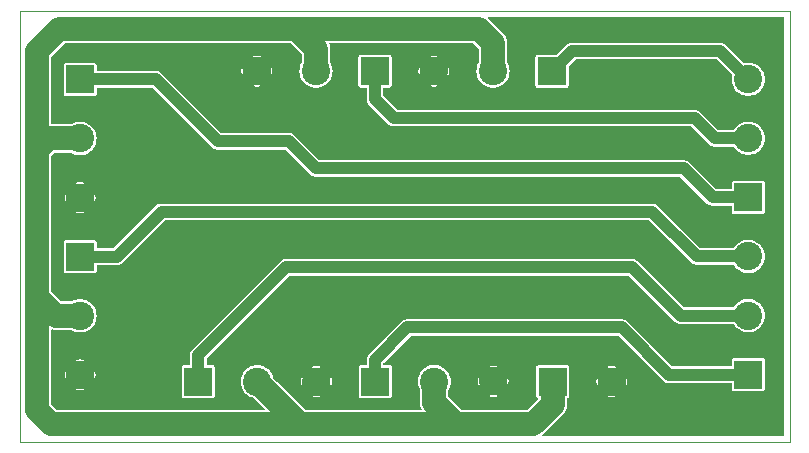
<source format=gbr>
%TF.GenerationSoftware,KiCad,Pcbnew,8.0.6*%
%TF.CreationDate,2024-12-09T19:32:44-03:00*%
%TF.ProjectId,motor-drivers,6d6f746f-722d-4647-9269-766572732e6b,rev?*%
%TF.SameCoordinates,PX66ff300PY6b49d20*%
%TF.FileFunction,Copper,L2,Bot*%
%TF.FilePolarity,Positive*%
%FSLAX46Y46*%
G04 Gerber Fmt 4.6, Leading zero omitted, Abs format (unit mm)*
G04 Created by KiCad (PCBNEW 8.0.6) date 2024-12-09 19:32:44*
%MOMM*%
%LPD*%
G01*
G04 APERTURE LIST*
%TA.AperFunction,ComponentPad*%
%ADD10R,2.400000X2.400000*%
%TD*%
%TA.AperFunction,ComponentPad*%
%ADD11C,2.400000*%
%TD*%
%TA.AperFunction,Conductor*%
%ADD12C,2.000000*%
%TD*%
%TA.AperFunction,Conductor*%
%ADD13C,1.000000*%
%TD*%
%TA.AperFunction,Profile*%
%ADD14C,0.050000*%
%TD*%
G04 APERTURE END LIST*
D10*
%TO.P,J9,1,Pin_1*%
%TO.N,/SIGNAL_4*%
X61705000Y20700000D03*
D11*
%TO.P,J9,2,Pin_2*%
%TO.N,/SIGNAL_5*%
X61705000Y25700000D03*
%TO.P,J9,3,Pin_3*%
%TO.N,/SIGNAL_6*%
X61700000Y30700000D03*
%TD*%
D10*
%TO.P,J4,1,Pin_1*%
%TO.N,/SIGNAL_3*%
X5120000Y15690000D03*
D11*
%TO.P,J4,2,Pin_2*%
%TO.N,/+6VCC*%
X5120000Y10690000D03*
%TO.P,J4,3,Pin_3*%
%TO.N,/GND*%
X5125000Y5690000D03*
%TD*%
D10*
%TO.P,J3,1,Pin_1*%
%TO.N,/SIGNAL_2*%
X15130000Y5105000D03*
D11*
%TO.P,J3,2,Pin_2*%
%TO.N,/+6VCC*%
X20130000Y5105000D03*
%TO.P,J3,3,Pin_3*%
%TO.N,/GND*%
X25130000Y5110000D03*
%TD*%
D10*
%TO.P,J8,1,Pin_1*%
%TO.N,/SIGNAL_1*%
X61705000Y5700000D03*
D11*
%TO.P,J8,2,Pin_2*%
%TO.N,/SIGNAL_2*%
X61705000Y10700000D03*
%TO.P,J8,3,Pin_3*%
%TO.N,/SIGNAL_3*%
X61700000Y15700000D03*
%TD*%
D10*
%TO.P,J1,1,Pin_1*%
%TO.N,/+6VCC*%
X45140000Y5110000D03*
D11*
%TO.P,J1,2,Pin_2*%
%TO.N,/GND*%
X50140000Y5110000D03*
%TD*%
D10*
%TO.P,J2,1,Pin_1*%
%TO.N,/SIGNAL_1*%
X30110000Y5110000D03*
D11*
%TO.P,J2,2,Pin_2*%
%TO.N,/+6VCC*%
X35110000Y5110000D03*
%TO.P,J2,3,Pin_3*%
%TO.N,/GND*%
X40110000Y5115000D03*
%TD*%
D10*
%TO.P,J7,1,Pin_1*%
%TO.N,/SIGNAL_6*%
X45080000Y31385000D03*
D11*
%TO.P,J7,2,Pin_2*%
%TO.N,/+6VCC*%
X40080000Y31385000D03*
%TO.P,J7,3,Pin_3*%
%TO.N,/GND*%
X35080000Y31380000D03*
%TD*%
D10*
%TO.P,J6,1,Pin_1*%
%TO.N,/SIGNAL_5*%
X30090000Y31396000D03*
D11*
%TO.P,J6,2,Pin_2*%
%TO.N,/+6VCC*%
X25090000Y31396000D03*
%TO.P,J6,3,Pin_3*%
%TO.N,/GND*%
X20090000Y31391000D03*
%TD*%
D10*
%TO.P,J5,1,Pin_1*%
%TO.N,/SIGNAL_4*%
X5120000Y30690000D03*
D11*
%TO.P,J5,2,Pin_2*%
%TO.N,/+6VCC*%
X5120000Y25690000D03*
%TO.P,J5,3,Pin_3*%
%TO.N,/GND*%
X5125000Y20690000D03*
%TD*%
D12*
%TO.N,/+6VCC*%
X45140000Y3160000D02*
X43480000Y1500000D01*
X1500000Y24720000D02*
X1500000Y12240000D01*
X1500000Y12240000D02*
X1500000Y2680000D01*
X38860000Y35000000D02*
X40080000Y33780000D01*
X2680000Y1500000D02*
X23735000Y1500000D01*
X1500000Y12240000D02*
X3050000Y10690000D01*
X36920000Y1500000D02*
X23735000Y1500000D01*
X45140000Y5110000D02*
X45140000Y3160000D01*
X1500000Y33130000D02*
X3370000Y35000000D01*
X23390000Y35000000D02*
X25090000Y33300000D01*
X23735000Y1500000D02*
X20130000Y5105000D01*
X5120000Y25690000D02*
X2470000Y25690000D01*
X3050000Y10690000D02*
X5120000Y10690000D01*
X1500000Y24720000D02*
X1500000Y33130000D01*
X2470000Y25690000D02*
X1500000Y24720000D01*
X23390000Y35000000D02*
X38860000Y35000000D01*
X3370000Y35000000D02*
X23390000Y35000000D01*
X1500000Y2680000D02*
X2680000Y1500000D01*
X40080000Y33780000D02*
X40080000Y31385000D01*
X25090000Y33300000D02*
X25090000Y31396000D01*
X35110000Y3310000D02*
X36920000Y1500000D01*
X35110000Y5110000D02*
X35110000Y3310000D01*
X43480000Y1500000D02*
X36920000Y1500000D01*
D13*
%TO.N,/SIGNAL_1*%
X54970000Y5700000D02*
X50980000Y9690000D01*
X50980000Y9690000D02*
X32830000Y9690000D01*
X61705000Y5700000D02*
X54970000Y5700000D01*
X32830000Y9690000D02*
X30110000Y6970000D01*
X30110000Y6970000D02*
X30110000Y5110000D01*
%TO.N,/SIGNAL_2*%
X15130000Y5105000D02*
X15130000Y7370000D01*
X51880000Y14780000D02*
X55960000Y10700000D01*
X22540000Y14780000D02*
X51880000Y14780000D01*
X55960000Y10700000D02*
X61705000Y10700000D01*
X15130000Y7370000D02*
X22540000Y14780000D01*
%TO.N,/SIGNAL_3*%
X12030000Y19480000D02*
X8240000Y15690000D01*
X53560000Y19480000D02*
X12030000Y19480000D01*
X57340000Y15700000D02*
X53560000Y19480000D01*
X61700000Y15700000D02*
X57340000Y15700000D01*
X8240000Y15690000D02*
X5120000Y15690000D01*
%TO.N,/SIGNAL_4*%
X25090000Y23150000D02*
X22800000Y25440000D01*
X58670000Y20700000D02*
X56220000Y23150000D01*
X11570000Y30690000D02*
X5120000Y30690000D01*
X16820000Y25440000D02*
X11570000Y30690000D01*
X56220000Y23150000D02*
X25090000Y23150000D01*
X22800000Y25440000D02*
X16820000Y25440000D01*
X61705000Y20700000D02*
X58670000Y20700000D01*
%TO.N,/SIGNAL_5*%
X58880000Y25700000D02*
X57150000Y27430000D01*
X30090000Y29010000D02*
X30090000Y31396000D01*
X61705000Y25700000D02*
X58880000Y25700000D01*
X57150000Y27430000D02*
X31670000Y27430000D01*
X31670000Y27430000D02*
X30090000Y29010000D01*
%TO.N,/SIGNAL_6*%
X61700000Y30720000D02*
X59310000Y33110000D01*
X46805000Y33110000D02*
X45080000Y31385000D01*
X59310000Y33110000D02*
X46805000Y33110000D01*
X61700000Y30700000D02*
X61700000Y30720000D01*
%TD*%
%TA.AperFunction,Conductor*%
%TO.N,/GND*%
G36*
X64685148Y35985148D02*
G01*
X64699500Y35950500D01*
X64699500Y549500D01*
X64685148Y514852D01*
X64650500Y500500D01*
X44296561Y500500D01*
X44261913Y514852D01*
X44247561Y549500D01*
X44261913Y584148D01*
X46055684Y2377921D01*
X46055683Y2377921D01*
X46055690Y2377927D01*
X46166760Y2530801D01*
X46252547Y2699168D01*
X46310940Y2878882D01*
X46340500Y3065519D01*
X46340500Y3254482D01*
X46340500Y3665459D01*
X46354852Y3700107D01*
X46379938Y3713517D01*
X46418231Y3721133D01*
X46484552Y3765448D01*
X46528867Y3831769D01*
X46534834Y3861768D01*
X49775650Y3861768D01*
X49913387Y3824861D01*
X49913392Y3824860D01*
X50140000Y3805035D01*
X50366607Y3824860D01*
X50366612Y3824861D01*
X50504348Y3861768D01*
X50504349Y3861768D01*
X50140000Y4226117D01*
X49775650Y3861768D01*
X46534834Y3861768D01*
X46540500Y3890252D01*
X46540500Y5110000D01*
X48835034Y5110000D01*
X48854859Y4883393D01*
X48854860Y4883387D01*
X48891767Y4745651D01*
X49256117Y5110000D01*
X49177126Y5188991D01*
X49540000Y5188991D01*
X49540000Y5031009D01*
X49580889Y4878409D01*
X49659881Y4741592D01*
X49771592Y4629881D01*
X49908409Y4550889D01*
X50061009Y4510000D01*
X50218991Y4510000D01*
X50371591Y4550889D01*
X50508408Y4629881D01*
X50620119Y4741592D01*
X50699111Y4878409D01*
X50740000Y5031009D01*
X50740000Y5110001D01*
X51023883Y5110001D01*
X51023883Y5110000D01*
X51388232Y4745651D01*
X51388232Y4745652D01*
X51425139Y4883388D01*
X51425140Y4883393D01*
X51444965Y5110000D01*
X51425140Y5336608D01*
X51425139Y5336613D01*
X51388232Y5474350D01*
X51023883Y5110001D01*
X50740000Y5110001D01*
X50740000Y5188991D01*
X50699111Y5341591D01*
X50620119Y5478408D01*
X50508408Y5590119D01*
X50371591Y5669111D01*
X50218991Y5710000D01*
X50061009Y5710000D01*
X49908409Y5669111D01*
X49771592Y5590119D01*
X49659881Y5478408D01*
X49580889Y5341591D01*
X49540000Y5188991D01*
X49177126Y5188991D01*
X48891767Y5474350D01*
X48854859Y5336609D01*
X48835034Y5110000D01*
X46540500Y5110000D01*
X46540500Y6329748D01*
X46534834Y6358233D01*
X49775650Y6358233D01*
X50140000Y5993883D01*
X50140001Y5993883D01*
X50504349Y6358233D01*
X50366613Y6395140D01*
X50366607Y6395141D01*
X50140000Y6414966D01*
X49913391Y6395141D01*
X49775650Y6358233D01*
X46534834Y6358233D01*
X46528867Y6388231D01*
X46487893Y6449552D01*
X46484552Y6454553D01*
X46444795Y6481118D01*
X46418231Y6498867D01*
X46359748Y6510500D01*
X43920252Y6510500D01*
X43861769Y6498867D01*
X43795447Y6454553D01*
X43753609Y6391937D01*
X43751133Y6388231D01*
X43739500Y6329748D01*
X43739500Y3890252D01*
X43751133Y3831769D01*
X43767507Y3807264D01*
X43795447Y3765448D01*
X43829489Y3742702D01*
X43861769Y3721133D01*
X43861771Y3721132D01*
X43889964Y3715524D01*
X43921147Y3694689D01*
X43928463Y3657907D01*
X43915053Y3632818D01*
X42997088Y2714852D01*
X42962440Y2700500D01*
X37437559Y2700500D01*
X37402911Y2714852D01*
X36324852Y3792912D01*
X36310500Y3827560D01*
X36310500Y3866768D01*
X39745650Y3866768D01*
X39883387Y3829861D01*
X39883392Y3829860D01*
X40110000Y3810035D01*
X40336607Y3829860D01*
X40336612Y3829861D01*
X40474348Y3866768D01*
X40474349Y3866768D01*
X40110000Y4231117D01*
X39745650Y3866768D01*
X36310500Y3866768D01*
X36310500Y4372343D01*
X36318479Y4399144D01*
X36345924Y4441151D01*
X36439157Y4653700D01*
X36496134Y4878695D01*
X36515300Y5110000D01*
X36514886Y5115000D01*
X38805034Y5115000D01*
X38824859Y4888393D01*
X38824860Y4888387D01*
X38861767Y4750651D01*
X39226117Y5115000D01*
X39147126Y5193991D01*
X39510000Y5193991D01*
X39510000Y5036009D01*
X39550889Y4883409D01*
X39629881Y4746592D01*
X39741592Y4634881D01*
X39878409Y4555889D01*
X40031009Y4515000D01*
X40188991Y4515000D01*
X40341591Y4555889D01*
X40478408Y4634881D01*
X40590119Y4746592D01*
X40669111Y4883409D01*
X40710000Y5036009D01*
X40710000Y5115001D01*
X40993883Y5115001D01*
X40993883Y5115000D01*
X41358232Y4750651D01*
X41358232Y4750652D01*
X41395139Y4888388D01*
X41395140Y4888393D01*
X41414965Y5115000D01*
X41395140Y5341608D01*
X41395139Y5341613D01*
X41358232Y5479350D01*
X40993883Y5115001D01*
X40710000Y5115001D01*
X40710000Y5193991D01*
X40669111Y5346591D01*
X40590119Y5483408D01*
X40478408Y5595119D01*
X40341591Y5674111D01*
X40188991Y5715000D01*
X40031009Y5715000D01*
X39878409Y5674111D01*
X39741592Y5595119D01*
X39629881Y5483408D01*
X39550889Y5346591D01*
X39510000Y5193991D01*
X39147126Y5193991D01*
X38861767Y5479350D01*
X38824859Y5341609D01*
X38805034Y5115000D01*
X36514886Y5115000D01*
X36496134Y5341305D01*
X36439157Y5566300D01*
X36384896Y5690001D01*
X36345925Y5778847D01*
X36345918Y5778859D01*
X36218982Y5973149D01*
X36218980Y5973151D01*
X36218979Y5973153D01*
X36061784Y6143913D01*
X36061783Y6143914D01*
X36061781Y6143916D01*
X35878630Y6286467D01*
X35878629Y6286468D01*
X35878626Y6286470D01*
X35878621Y6286473D01*
X35878616Y6286476D01*
X35736782Y6363233D01*
X39745650Y6363233D01*
X40110000Y5998883D01*
X40110001Y5998883D01*
X40474349Y6363233D01*
X40336613Y6400140D01*
X40336607Y6400141D01*
X40110000Y6419966D01*
X39883391Y6400141D01*
X39745650Y6363233D01*
X35736782Y6363233D01*
X35674510Y6396933D01*
X35674504Y6396936D01*
X35674503Y6396936D01*
X35656911Y6402976D01*
X35454982Y6472298D01*
X35397748Y6481849D01*
X35226049Y6510500D01*
X34993951Y6510500D01*
X34856591Y6487579D01*
X34765017Y6472298D01*
X34545499Y6396937D01*
X34545489Y6396933D01*
X34341383Y6286476D01*
X34341369Y6286467D01*
X34158218Y6143916D01*
X34001017Y5973149D01*
X33874081Y5778859D01*
X33874074Y5778847D01*
X33780844Y5566305D01*
X33780843Y5566299D01*
X33723866Y5341306D01*
X33711245Y5188991D01*
X33704700Y5110000D01*
X33723866Y4878695D01*
X33780843Y4653700D01*
X33780844Y4653696D01*
X33874074Y4441154D01*
X33874078Y4441148D01*
X33901521Y4399144D01*
X33909500Y4372343D01*
X33909500Y3215520D01*
X33939059Y3028885D01*
X33939060Y3028882D01*
X33997453Y2849168D01*
X34036902Y2771745D01*
X34039845Y2734358D01*
X34015489Y2705841D01*
X33993243Y2700500D01*
X24252559Y2700500D01*
X24217911Y2714852D01*
X23070995Y3861768D01*
X24765650Y3861768D01*
X24903387Y3824861D01*
X24903392Y3824860D01*
X25130000Y3805035D01*
X25356607Y3824860D01*
X25356612Y3824861D01*
X25494348Y3861768D01*
X25494349Y3861768D01*
X25130000Y4226117D01*
X24765650Y3861768D01*
X23070995Y3861768D01*
X21822764Y5110000D01*
X23825034Y5110000D01*
X23844859Y4883393D01*
X23844860Y4883387D01*
X23881767Y4745651D01*
X24246117Y5110000D01*
X24167126Y5188991D01*
X24530000Y5188991D01*
X24530000Y5031009D01*
X24570889Y4878409D01*
X24649881Y4741592D01*
X24761592Y4629881D01*
X24898409Y4550889D01*
X25051009Y4510000D01*
X25208991Y4510000D01*
X25361591Y4550889D01*
X25498408Y4629881D01*
X25610119Y4741592D01*
X25689111Y4878409D01*
X25730000Y5031009D01*
X25730000Y5110001D01*
X26013883Y5110001D01*
X26013883Y5110000D01*
X26378232Y4745651D01*
X26378232Y4745652D01*
X26415139Y4883388D01*
X26415140Y4883393D01*
X26434965Y5110000D01*
X26415140Y5336608D01*
X26415139Y5336613D01*
X26378232Y5474350D01*
X26013883Y5110001D01*
X25730000Y5110001D01*
X25730000Y5188991D01*
X25689111Y5341591D01*
X25610119Y5478408D01*
X25498408Y5590119D01*
X25361591Y5669111D01*
X25208991Y5710000D01*
X25051009Y5710000D01*
X24898409Y5669111D01*
X24761592Y5590119D01*
X24649881Y5478408D01*
X24570889Y5341591D01*
X24530000Y5188991D01*
X24167126Y5188991D01*
X23881767Y5474350D01*
X23844859Y5336609D01*
X23825034Y5110000D01*
X21822764Y5110000D01*
X21498435Y5434329D01*
X21485582Y5456948D01*
X21485212Y5458409D01*
X21459157Y5561300D01*
X21365924Y5773849D01*
X21365922Y5773852D01*
X21365918Y5773859D01*
X21238982Y5968149D01*
X21238980Y5968151D01*
X21238979Y5968153D01*
X21081784Y6138913D01*
X21081783Y6138914D01*
X21081781Y6138916D01*
X20898630Y6281467D01*
X20898629Y6281468D01*
X20898626Y6281470D01*
X20898621Y6281473D01*
X20898616Y6281476D01*
X20756782Y6358233D01*
X24765650Y6358233D01*
X25130000Y5993883D01*
X25130001Y5993883D01*
X25465864Y6329748D01*
X28709500Y6329748D01*
X28709500Y3890252D01*
X28721133Y3831769D01*
X28737507Y3807264D01*
X28765447Y3765448D01*
X28792012Y3747699D01*
X28831769Y3721133D01*
X28890252Y3709500D01*
X28890255Y3709500D01*
X31329745Y3709500D01*
X31329748Y3709500D01*
X31388231Y3721133D01*
X31454552Y3765448D01*
X31498867Y3831769D01*
X31510500Y3890252D01*
X31510500Y6329748D01*
X31498867Y6388231D01*
X31457893Y6449552D01*
X31454552Y6454553D01*
X31414795Y6481118D01*
X31388231Y6498867D01*
X31329748Y6510500D01*
X31329745Y6510500D01*
X30859500Y6510500D01*
X30824852Y6524852D01*
X30810500Y6559500D01*
X30810500Y6659547D01*
X30824852Y6694195D01*
X33105805Y8975148D01*
X33140453Y8989500D01*
X50669547Y8989500D01*
X50704195Y8975148D01*
X54523457Y5155886D01*
X54592131Y5110000D01*
X54638189Y5079225D01*
X54765672Y5026420D01*
X54765678Y5026419D01*
X54765681Y5026418D01*
X54901001Y4999501D01*
X54901007Y4999500D01*
X60255500Y4999500D01*
X60290148Y4985148D01*
X60304500Y4950500D01*
X60304500Y4480252D01*
X60316133Y4421769D01*
X60331251Y4399144D01*
X60360447Y4355448D01*
X60387012Y4337699D01*
X60426769Y4311133D01*
X60485252Y4299500D01*
X60485255Y4299500D01*
X62924745Y4299500D01*
X62924748Y4299500D01*
X62983231Y4311133D01*
X63049552Y4355448D01*
X63093867Y4421769D01*
X63105500Y4480252D01*
X63105500Y6919748D01*
X63093867Y6978231D01*
X63067301Y7017988D01*
X63049552Y7044553D01*
X63009795Y7071118D01*
X62983231Y7088867D01*
X62924748Y7100500D01*
X60485252Y7100500D01*
X60426769Y7088867D01*
X60360447Y7044553D01*
X60327315Y6994966D01*
X60316133Y6978231D01*
X60304500Y6919748D01*
X60304500Y6919745D01*
X60304500Y6449500D01*
X60290148Y6414852D01*
X60255500Y6400500D01*
X55280453Y6400500D01*
X55245805Y6414852D01*
X51426542Y10234115D01*
X51388641Y10259439D01*
X51311811Y10310775D01*
X51311808Y10310777D01*
X51311807Y10310777D01*
X51184329Y10363580D01*
X51184320Y10363582D01*
X51048997Y10390500D01*
X51048994Y10390500D01*
X51048993Y10390500D01*
X32898994Y10390500D01*
X32761006Y10390500D01*
X32761002Y10390500D01*
X32625679Y10363582D01*
X32625670Y10363580D01*
X32498192Y10310777D01*
X32383457Y10234115D01*
X29565885Y7416543D01*
X29489223Y7301808D01*
X29436420Y7174330D01*
X29436417Y7174319D01*
X29421734Y7100500D01*
X29409500Y7038999D01*
X29409500Y6559500D01*
X29395148Y6524852D01*
X29360500Y6510500D01*
X28890252Y6510500D01*
X28831769Y6498867D01*
X28765447Y6454553D01*
X28723609Y6391937D01*
X28721133Y6388231D01*
X28709500Y6329748D01*
X25465864Y6329748D01*
X25494349Y6358233D01*
X25356613Y6395140D01*
X25356607Y6395141D01*
X25130000Y6414966D01*
X24903391Y6395141D01*
X24765650Y6358233D01*
X20756782Y6358233D01*
X20694510Y6391933D01*
X20694504Y6391936D01*
X20694503Y6391936D01*
X20627419Y6414966D01*
X20474982Y6467298D01*
X20417748Y6476849D01*
X20246049Y6505500D01*
X20013951Y6505500D01*
X19876591Y6482579D01*
X19785017Y6467298D01*
X19565499Y6391937D01*
X19565489Y6391933D01*
X19361383Y6281476D01*
X19361369Y6281467D01*
X19178218Y6138916D01*
X19021017Y5968149D01*
X18894081Y5773859D01*
X18894074Y5773847D01*
X18800844Y5561305D01*
X18800843Y5561299D01*
X18743866Y5336306D01*
X18728916Y5155886D01*
X18724700Y5105000D01*
X18743866Y4873695D01*
X18800843Y4648700D01*
X18800844Y4648696D01*
X18894074Y4436154D01*
X18894081Y4436142D01*
X19021017Y4241852D01*
X19021019Y4241850D01*
X19021021Y4241847D01*
X19178216Y4071087D01*
X19178218Y4071085D01*
X19325396Y3956533D01*
X19361374Y3928530D01*
X19361381Y3928526D01*
X19361383Y3928525D01*
X19565489Y3818068D01*
X19565491Y3818068D01*
X19565497Y3818064D01*
X19733327Y3760448D01*
X19786936Y3742044D01*
X19786781Y3741595D01*
X19807301Y3729935D01*
X20753088Y2784148D01*
X20767440Y2749500D01*
X20753088Y2714852D01*
X20718440Y2700500D01*
X3197560Y2700500D01*
X3162912Y2714852D01*
X2714852Y3162912D01*
X2700500Y3197560D01*
X2700500Y4441768D01*
X4760650Y4441768D01*
X4898387Y4404861D01*
X4898392Y4404860D01*
X5125000Y4385035D01*
X5351607Y4404860D01*
X5351612Y4404861D01*
X5489348Y4441768D01*
X5489349Y4441768D01*
X5125000Y4806117D01*
X4760650Y4441768D01*
X2700500Y4441768D01*
X2700500Y5690000D01*
X3820034Y5690000D01*
X3839859Y5463393D01*
X3839860Y5463387D01*
X3876767Y5325651D01*
X4241117Y5690000D01*
X4162126Y5768991D01*
X4525000Y5768991D01*
X4525000Y5611009D01*
X4565889Y5458409D01*
X4644881Y5321592D01*
X4756592Y5209881D01*
X4893409Y5130889D01*
X5046009Y5090000D01*
X5203991Y5090000D01*
X5356591Y5130889D01*
X5493408Y5209881D01*
X5605119Y5321592D01*
X5684111Y5458409D01*
X5725000Y5611009D01*
X5725000Y5690001D01*
X6008883Y5690001D01*
X6008883Y5690000D01*
X6373231Y5325651D01*
X6373232Y5325652D01*
X6410139Y5463388D01*
X6410140Y5463393D01*
X6429965Y5690000D01*
X6410140Y5916608D01*
X6410139Y5916613D01*
X6373232Y6054350D01*
X6008883Y5690001D01*
X5725000Y5690001D01*
X5725000Y5768991D01*
X5684111Y5921591D01*
X5605119Y6058408D01*
X5493408Y6170119D01*
X5356591Y6249111D01*
X5203991Y6290000D01*
X5046009Y6290000D01*
X4893409Y6249111D01*
X4756592Y6170119D01*
X4644881Y6058408D01*
X4565889Y5921591D01*
X4525000Y5768991D01*
X4162126Y5768991D01*
X3876767Y6054350D01*
X3839859Y5916609D01*
X3820034Y5690000D01*
X2700500Y5690000D01*
X2700500Y6324748D01*
X13729500Y6324748D01*
X13729500Y3885252D01*
X13741133Y3826769D01*
X13758882Y3800205D01*
X13785447Y3760448D01*
X13812006Y3742702D01*
X13851769Y3716133D01*
X13910252Y3704500D01*
X13910255Y3704500D01*
X16349745Y3704500D01*
X16349748Y3704500D01*
X16408231Y3716133D01*
X16474552Y3760448D01*
X16518867Y3826769D01*
X16530500Y3885252D01*
X16530500Y6324748D01*
X16518867Y6383231D01*
X16474587Y6449500D01*
X16474552Y6449553D01*
X16434795Y6476118D01*
X16408231Y6493867D01*
X16349748Y6505500D01*
X16349745Y6505500D01*
X15879500Y6505500D01*
X15844852Y6519852D01*
X15830500Y6554500D01*
X15830500Y7059548D01*
X15844852Y7094196D01*
X22815804Y14065148D01*
X22850452Y14079500D01*
X51569547Y14079500D01*
X51604195Y14065148D01*
X55415886Y10253458D01*
X55513460Y10155884D01*
X55559102Y10125387D01*
X55628189Y10079225D01*
X55672669Y10060801D01*
X55755671Y10026420D01*
X55755680Y10026419D01*
X55755681Y10026418D01*
X55778834Y10021812D01*
X55778841Y10021812D01*
X55778843Y10021811D01*
X55891007Y9999500D01*
X60463238Y9999500D01*
X60497886Y9985148D01*
X60504259Y9977300D01*
X60596017Y9836852D01*
X60596019Y9836850D01*
X60596021Y9836847D01*
X60605227Y9826847D01*
X60753218Y9666085D01*
X60900396Y9551533D01*
X60936374Y9523530D01*
X60936381Y9523526D01*
X60936383Y9523525D01*
X61140489Y9413068D01*
X61140491Y9413068D01*
X61140497Y9413064D01*
X61360019Y9337702D01*
X61588951Y9299500D01*
X61588954Y9299500D01*
X61821046Y9299500D01*
X61821049Y9299500D01*
X62049981Y9337702D01*
X62269503Y9413064D01*
X62473626Y9523530D01*
X62656784Y9666087D01*
X62813979Y9836847D01*
X62940924Y10031151D01*
X63034157Y10243700D01*
X63091134Y10468695D01*
X63110300Y10700000D01*
X63091134Y10931305D01*
X63034157Y11156300D01*
X62945310Y11358849D01*
X62940925Y11368847D01*
X62940918Y11368859D01*
X62813982Y11563149D01*
X62813980Y11563151D01*
X62813979Y11563153D01*
X62656784Y11733913D01*
X62656783Y11733914D01*
X62656781Y11733916D01*
X62473630Y11876467D01*
X62473629Y11876468D01*
X62473626Y11876470D01*
X62473621Y11876473D01*
X62473616Y11876476D01*
X62269510Y11986933D01*
X62269504Y11986936D01*
X62269503Y11986936D01*
X62251911Y11992976D01*
X62049982Y12062298D01*
X61992748Y12071849D01*
X61821049Y12100500D01*
X61588951Y12100500D01*
X61451591Y12077579D01*
X61360017Y12062298D01*
X61140499Y11986937D01*
X61140489Y11986933D01*
X60936383Y11876476D01*
X60936369Y11876467D01*
X60753218Y11733916D01*
X60596017Y11563149D01*
X60504259Y11422700D01*
X60473294Y11401543D01*
X60463238Y11400500D01*
X56270452Y11400500D01*
X56235804Y11414852D01*
X52326542Y15324115D01*
X52288641Y15349439D01*
X52211811Y15400775D01*
X52211808Y15400777D01*
X52211807Y15400777D01*
X52084329Y15453580D01*
X52084320Y15453582D01*
X51948997Y15480500D01*
X51948994Y15480500D01*
X51948993Y15480500D01*
X22471007Y15480500D01*
X22471001Y15480500D01*
X22362590Y15458935D01*
X22335681Y15453582D01*
X22335671Y15453580D01*
X22307517Y15441918D01*
X22208187Y15400774D01*
X22204173Y15398092D01*
X22093459Y15324116D01*
X22093458Y15324115D01*
X14585885Y7816543D01*
X14509223Y7701808D01*
X14456420Y7574330D01*
X14456417Y7574319D01*
X14429500Y7438999D01*
X14429500Y6554500D01*
X14415148Y6519852D01*
X14380500Y6505500D01*
X13910252Y6505500D01*
X13851769Y6493867D01*
X13785447Y6449553D01*
X13744474Y6388231D01*
X13741133Y6383231D01*
X13729500Y6324748D01*
X2700500Y6324748D01*
X2700500Y6938233D01*
X4760650Y6938233D01*
X5125000Y6573883D01*
X5125001Y6573883D01*
X5489349Y6938233D01*
X5351613Y6975140D01*
X5351607Y6975141D01*
X5125000Y6994966D01*
X4898391Y6975141D01*
X4760650Y6938233D01*
X2700500Y6938233D01*
X2700500Y9473836D01*
X2714852Y9508484D01*
X2749500Y9522836D01*
X2764643Y9520438D01*
X2768882Y9519060D01*
X2955518Y9489500D01*
X2955519Y9489500D01*
X4383369Y9489500D01*
X4406690Y9483594D01*
X4555489Y9403068D01*
X4555491Y9403068D01*
X4555497Y9403064D01*
X4775019Y9327702D01*
X5003951Y9289500D01*
X5003954Y9289500D01*
X5236046Y9289500D01*
X5236049Y9289500D01*
X5464981Y9327702D01*
X5684503Y9403064D01*
X5888626Y9513530D01*
X6071784Y9656087D01*
X6228979Y9826847D01*
X6355924Y10021151D01*
X6449157Y10233700D01*
X6506134Y10458695D01*
X6525300Y10690000D01*
X6506134Y10921305D01*
X6449157Y11146300D01*
X6444768Y11156305D01*
X6355925Y11358847D01*
X6355918Y11358859D01*
X6228982Y11553149D01*
X6228980Y11553151D01*
X6228979Y11553153D01*
X6071784Y11723913D01*
X6071783Y11723914D01*
X6071781Y11723916D01*
X5888630Y11866467D01*
X5888629Y11866468D01*
X5888626Y11866470D01*
X5888621Y11866473D01*
X5888616Y11866476D01*
X5684510Y11976933D01*
X5684504Y11976936D01*
X5684503Y11976936D01*
X5655371Y11986937D01*
X5464982Y12052298D01*
X5405054Y12062298D01*
X5236049Y12090500D01*
X5003951Y12090500D01*
X4866591Y12067579D01*
X4775017Y12052298D01*
X4555499Y11976937D01*
X4555489Y11976933D01*
X4406690Y11896406D01*
X4383369Y11890500D01*
X3567560Y11890500D01*
X3532912Y11904852D01*
X2714852Y12722912D01*
X2700500Y12757560D01*
X2700500Y16909748D01*
X3719500Y16909748D01*
X3719500Y14470252D01*
X3731133Y14411769D01*
X3748882Y14385205D01*
X3775447Y14345448D01*
X3802012Y14327699D01*
X3841769Y14301133D01*
X3900252Y14289500D01*
X3900255Y14289500D01*
X6339745Y14289500D01*
X6339748Y14289500D01*
X6398231Y14301133D01*
X6464552Y14345448D01*
X6508867Y14411769D01*
X6520500Y14470252D01*
X6520500Y14940500D01*
X6534852Y14975148D01*
X6569500Y14989500D01*
X8308994Y14989500D01*
X8444328Y15016420D01*
X8571811Y15069225D01*
X8686543Y15145886D01*
X12305804Y18765149D01*
X12340452Y18779500D01*
X53249547Y18779500D01*
X53284195Y18765148D01*
X56893457Y15155886D01*
X57008189Y15079225D01*
X57135671Y15026420D01*
X57162591Y15021066D01*
X57271007Y14999500D01*
X60458238Y14999500D01*
X60492886Y14985148D01*
X60499259Y14977300D01*
X60591017Y14836852D01*
X60591019Y14836850D01*
X60591021Y14836847D01*
X60748216Y14666087D01*
X60748218Y14666085D01*
X60895396Y14551533D01*
X60931374Y14523530D01*
X60931381Y14523526D01*
X60931383Y14523525D01*
X61135489Y14413068D01*
X61135491Y14413068D01*
X61135497Y14413064D01*
X61355019Y14337702D01*
X61583951Y14299500D01*
X61583954Y14299500D01*
X61816046Y14299500D01*
X61816049Y14299500D01*
X62044981Y14337702D01*
X62264503Y14413064D01*
X62468626Y14523530D01*
X62651784Y14666087D01*
X62808979Y14836847D01*
X62935924Y15031151D01*
X63029157Y15243700D01*
X63086134Y15468695D01*
X63105300Y15700000D01*
X63086134Y15931305D01*
X63029157Y16156300D01*
X62935924Y16368849D01*
X62935922Y16368852D01*
X62935918Y16368859D01*
X62808982Y16563149D01*
X62808980Y16563151D01*
X62808979Y16563153D01*
X62651784Y16733913D01*
X62651783Y16733914D01*
X62651781Y16733916D01*
X62468630Y16876467D01*
X62468629Y16876468D01*
X62468626Y16876470D01*
X62468621Y16876473D01*
X62468616Y16876476D01*
X62264510Y16986933D01*
X62264504Y16986936D01*
X62264503Y16986936D01*
X62246911Y16992976D01*
X62044982Y17062298D01*
X61945688Y17078867D01*
X61816049Y17100500D01*
X61583951Y17100500D01*
X61454312Y17078867D01*
X61355017Y17062298D01*
X61135499Y16986937D01*
X61135489Y16986933D01*
X60931383Y16876476D01*
X60931369Y16876467D01*
X60748218Y16733916D01*
X60591017Y16563149D01*
X60499259Y16422700D01*
X60468294Y16401543D01*
X60458238Y16400500D01*
X57650453Y16400500D01*
X57615805Y16414852D01*
X54006542Y20024115D01*
X53968641Y20049439D01*
X53891811Y20100775D01*
X53891808Y20100777D01*
X53891807Y20100777D01*
X53764329Y20153580D01*
X53764320Y20153582D01*
X53628997Y20180500D01*
X53628994Y20180500D01*
X53628993Y20180500D01*
X11961007Y20180500D01*
X11961001Y20180500D01*
X11852590Y20158935D01*
X11831025Y20154646D01*
X11825670Y20153580D01*
X11772866Y20131709D01*
X11772866Y20131708D01*
X11750993Y20122649D01*
X11698189Y20100776D01*
X11586910Y20026420D01*
X11586907Y20026418D01*
X11583454Y20024112D01*
X7964195Y16404852D01*
X7929547Y16390500D01*
X6569500Y16390500D01*
X6534852Y16404852D01*
X6520500Y16439500D01*
X6520500Y16909745D01*
X6520500Y16909748D01*
X6508867Y16968231D01*
X6482301Y17007988D01*
X6464552Y17034553D01*
X6423028Y17062298D01*
X6398231Y17078867D01*
X6339748Y17090500D01*
X3900252Y17090500D01*
X3841769Y17078867D01*
X3775447Y17034553D01*
X3743632Y16986937D01*
X3731133Y16968231D01*
X3719500Y16909748D01*
X2700500Y16909748D01*
X2700500Y19441768D01*
X4760650Y19441768D01*
X4898387Y19404861D01*
X4898392Y19404860D01*
X5125000Y19385035D01*
X5351607Y19404860D01*
X5351612Y19404861D01*
X5489348Y19441768D01*
X5489349Y19441768D01*
X5125000Y19806117D01*
X4760650Y19441768D01*
X2700500Y19441768D01*
X2700500Y20690000D01*
X3820034Y20690000D01*
X3839859Y20463393D01*
X3839860Y20463387D01*
X3876767Y20325651D01*
X4241117Y20690000D01*
X4162126Y20768991D01*
X4525000Y20768991D01*
X4525000Y20611009D01*
X4565889Y20458409D01*
X4644881Y20321592D01*
X4756592Y20209881D01*
X4893409Y20130889D01*
X5046009Y20090000D01*
X5203991Y20090000D01*
X5356591Y20130889D01*
X5493408Y20209881D01*
X5605119Y20321592D01*
X5684111Y20458409D01*
X5725000Y20611009D01*
X5725000Y20690001D01*
X6008883Y20690001D01*
X6008883Y20690000D01*
X6373231Y20325651D01*
X6373232Y20325652D01*
X6410139Y20463388D01*
X6410140Y20463393D01*
X6429965Y20690000D01*
X6410140Y20916608D01*
X6410139Y20916613D01*
X6373232Y21054350D01*
X6008883Y20690001D01*
X5725000Y20690001D01*
X5725000Y20768991D01*
X5684111Y20921591D01*
X5605119Y21058408D01*
X5493408Y21170119D01*
X5356591Y21249111D01*
X5203991Y21290000D01*
X5046009Y21290000D01*
X4893409Y21249111D01*
X4756592Y21170119D01*
X4644881Y21058408D01*
X4565889Y20921591D01*
X4525000Y20768991D01*
X4162126Y20768991D01*
X3876767Y21054350D01*
X3839859Y20916609D01*
X3820034Y20690000D01*
X2700500Y20690000D01*
X2700500Y21938233D01*
X4760650Y21938233D01*
X5125000Y21573883D01*
X5125001Y21573883D01*
X5489349Y21938233D01*
X5351613Y21975140D01*
X5351607Y21975141D01*
X5125000Y21994966D01*
X4898391Y21975141D01*
X4760650Y21938233D01*
X2700500Y21938233D01*
X2700500Y24202440D01*
X2714852Y24237088D01*
X2952912Y24475148D01*
X2987560Y24489500D01*
X4383369Y24489500D01*
X4406690Y24483594D01*
X4555489Y24403068D01*
X4555491Y24403068D01*
X4555497Y24403064D01*
X4775019Y24327702D01*
X5003951Y24289500D01*
X5003954Y24289500D01*
X5236046Y24289500D01*
X5236049Y24289500D01*
X5464981Y24327702D01*
X5684503Y24403064D01*
X5888626Y24513530D01*
X6071784Y24656087D01*
X6228979Y24826847D01*
X6355924Y25021151D01*
X6449157Y25233700D01*
X6506134Y25458695D01*
X6525300Y25690000D01*
X6506134Y25921305D01*
X6449157Y26146300D01*
X6444768Y26156305D01*
X6355925Y26358847D01*
X6355918Y26358859D01*
X6228982Y26553149D01*
X6228980Y26553151D01*
X6228979Y26553153D01*
X6071784Y26723913D01*
X6071783Y26723914D01*
X6071781Y26723916D01*
X5888630Y26866467D01*
X5888629Y26866468D01*
X5888626Y26866470D01*
X5888621Y26866473D01*
X5888616Y26866476D01*
X5684510Y26976933D01*
X5684504Y26976936D01*
X5684503Y26976936D01*
X5655371Y26986937D01*
X5464982Y27052298D01*
X5405054Y27062298D01*
X5236049Y27090500D01*
X5003951Y27090500D01*
X4866591Y27067579D01*
X4775017Y27052298D01*
X4555499Y26976937D01*
X4555489Y26976933D01*
X4406690Y26896406D01*
X4383369Y26890500D01*
X2749500Y26890500D01*
X2714852Y26904852D01*
X2700500Y26939500D01*
X2700500Y31909748D01*
X3719500Y31909748D01*
X3719500Y29470252D01*
X3731133Y29411769D01*
X3748882Y29385205D01*
X3775447Y29345448D01*
X3802012Y29327699D01*
X3841769Y29301133D01*
X3900252Y29289500D01*
X3900255Y29289500D01*
X6339745Y29289500D01*
X6339748Y29289500D01*
X6398231Y29301133D01*
X6464552Y29345448D01*
X6508867Y29411769D01*
X6520500Y29470252D01*
X6520500Y29940500D01*
X6534852Y29975148D01*
X6569500Y29989500D01*
X11259547Y29989500D01*
X11294195Y29975148D01*
X16373457Y24895886D01*
X16488189Y24819225D01*
X16615671Y24766420D01*
X16642591Y24761066D01*
X16751007Y24739500D01*
X22489547Y24739500D01*
X22524195Y24725148D01*
X24643457Y22605886D01*
X24758189Y22529225D01*
X24885672Y22476420D01*
X25021006Y22449500D01*
X25021007Y22449500D01*
X55909547Y22449500D01*
X55944195Y22435148D01*
X58223457Y20155886D01*
X58338189Y20079225D01*
X58465671Y20026420D01*
X58492591Y20021066D01*
X58601007Y19999500D01*
X60255500Y19999500D01*
X60290148Y19985148D01*
X60304500Y19950500D01*
X60304500Y19480252D01*
X60316133Y19421769D01*
X60333882Y19395205D01*
X60360447Y19355448D01*
X60387012Y19337699D01*
X60426769Y19311133D01*
X60485252Y19299500D01*
X60485255Y19299500D01*
X62924745Y19299500D01*
X62924748Y19299500D01*
X62983231Y19311133D01*
X63049552Y19355448D01*
X63093867Y19421769D01*
X63105500Y19480252D01*
X63105500Y21919748D01*
X63093867Y21978231D01*
X63067301Y22017988D01*
X63049552Y22044553D01*
X63009795Y22071118D01*
X62983231Y22088867D01*
X62924748Y22100500D01*
X60485252Y22100500D01*
X60426769Y22088867D01*
X60360447Y22044553D01*
X60327315Y21994966D01*
X60316133Y21978231D01*
X60304500Y21919748D01*
X60304500Y21919745D01*
X60304500Y21449500D01*
X60290148Y21414852D01*
X60255500Y21400500D01*
X58980453Y21400500D01*
X58945805Y21414852D01*
X56666542Y23694115D01*
X56628641Y23719439D01*
X56551811Y23770775D01*
X56551808Y23770777D01*
X56551807Y23770777D01*
X56424329Y23823580D01*
X56424320Y23823582D01*
X56288997Y23850500D01*
X56288994Y23850500D01*
X56288993Y23850500D01*
X25400453Y23850500D01*
X25365805Y23864852D01*
X23246542Y25984115D01*
X23208641Y26009439D01*
X23131811Y26060775D01*
X23131808Y26060777D01*
X23131807Y26060777D01*
X23004329Y26113580D01*
X23004320Y26113582D01*
X22868997Y26140500D01*
X22868994Y26140500D01*
X22868993Y26140500D01*
X17130453Y26140500D01*
X17095805Y26154852D01*
X13107889Y30142768D01*
X19725650Y30142768D01*
X19863387Y30105861D01*
X19863392Y30105860D01*
X20090000Y30086035D01*
X20316607Y30105860D01*
X20316612Y30105861D01*
X20454348Y30142768D01*
X20454349Y30142768D01*
X20090000Y30507117D01*
X19725650Y30142768D01*
X13107889Y30142768D01*
X12016542Y31234115D01*
X11978641Y31259439D01*
X11901811Y31310775D01*
X11901808Y31310777D01*
X11901807Y31310777D01*
X11774329Y31363580D01*
X11774320Y31363582D01*
X11638997Y31390500D01*
X11638994Y31390500D01*
X11638993Y31390500D01*
X6569500Y31390500D01*
X6568293Y31391000D01*
X18785034Y31391000D01*
X18804859Y31164393D01*
X18804860Y31164387D01*
X18841767Y31026651D01*
X19206117Y31391000D01*
X19127126Y31469991D01*
X19490000Y31469991D01*
X19490000Y31312009D01*
X19530889Y31159409D01*
X19609881Y31022592D01*
X19721592Y30910881D01*
X19858409Y30831889D01*
X20011009Y30791000D01*
X20168991Y30791000D01*
X20321591Y30831889D01*
X20458408Y30910881D01*
X20570119Y31022592D01*
X20649111Y31159409D01*
X20690000Y31312009D01*
X20690000Y31391001D01*
X20973883Y31391001D01*
X20973883Y31391000D01*
X21338232Y31026651D01*
X21338232Y31026652D01*
X21375139Y31164388D01*
X21375140Y31164393D01*
X21394965Y31391000D01*
X21375140Y31617608D01*
X21375139Y31617613D01*
X21338232Y31755350D01*
X20973883Y31391001D01*
X20690000Y31391001D01*
X20690000Y31469991D01*
X20649111Y31622591D01*
X20570119Y31759408D01*
X20458408Y31871119D01*
X20321591Y31950111D01*
X20168991Y31991000D01*
X20011009Y31991000D01*
X19858409Y31950111D01*
X19721592Y31871119D01*
X19609881Y31759408D01*
X19530889Y31622591D01*
X19490000Y31469991D01*
X19127126Y31469991D01*
X18841767Y31755350D01*
X18804859Y31617609D01*
X18785034Y31391000D01*
X6568293Y31391000D01*
X6534852Y31404852D01*
X6520500Y31439500D01*
X6520500Y31909745D01*
X6520500Y31909748D01*
X6508867Y31968231D01*
X6482301Y32007988D01*
X6464552Y32034553D01*
X6418240Y32065497D01*
X6398231Y32078867D01*
X6339748Y32090500D01*
X3900252Y32090500D01*
X3843348Y32079181D01*
X3841769Y32078867D01*
X3775447Y32034553D01*
X3743632Y31986937D01*
X3731133Y31968231D01*
X3719500Y31909748D01*
X2700500Y31909748D01*
X2700500Y32612440D01*
X2711598Y32639233D01*
X19725650Y32639233D01*
X20090000Y32274883D01*
X20090001Y32274883D01*
X20454349Y32639233D01*
X20316613Y32676140D01*
X20316607Y32676141D01*
X20090000Y32695966D01*
X19863391Y32676141D01*
X19725650Y32639233D01*
X2711598Y32639233D01*
X2714852Y32647088D01*
X3852912Y33785148D01*
X3887560Y33799500D01*
X22872440Y33799500D01*
X22907088Y33785148D01*
X23875148Y32817088D01*
X23889500Y32782440D01*
X23889500Y32133658D01*
X23881521Y32106857D01*
X23854078Y32064853D01*
X23854074Y32064847D01*
X23760844Y31852305D01*
X23760843Y31852301D01*
X23760843Y31852300D01*
X23746293Y31794844D01*
X23703866Y31627306D01*
X23702564Y31611591D01*
X23684700Y31396000D01*
X23703866Y31164695D01*
X23760843Y30939700D01*
X23760844Y30939696D01*
X23854074Y30727154D01*
X23854081Y30727142D01*
X23981017Y30532852D01*
X23981019Y30532850D01*
X23981021Y30532847D01*
X24040077Y30468695D01*
X24138218Y30362085D01*
X24152351Y30351085D01*
X24321374Y30219530D01*
X24321381Y30219526D01*
X24321383Y30219525D01*
X24525489Y30109068D01*
X24525491Y30109068D01*
X24525497Y30109064D01*
X24745019Y30033702D01*
X24973951Y29995500D01*
X24973954Y29995500D01*
X25206046Y29995500D01*
X25206049Y29995500D01*
X25434981Y30033702D01*
X25654503Y30109064D01*
X25858626Y30219530D01*
X26041784Y30362087D01*
X26198979Y30532847D01*
X26325924Y30727151D01*
X26419157Y30939700D01*
X26476134Y31164695D01*
X26495300Y31396000D01*
X26476134Y31627305D01*
X26419157Y31852300D01*
X26408556Y31876467D01*
X26325925Y32064847D01*
X26325921Y32064853D01*
X26325500Y32065497D01*
X26298478Y32106858D01*
X26290500Y32133658D01*
X26290500Y32615748D01*
X28689500Y32615748D01*
X28689500Y30176252D01*
X28701133Y30117769D01*
X28714297Y30098068D01*
X28745447Y30051448D01*
X28761910Y30040448D01*
X28811769Y30007133D01*
X28870252Y29995500D01*
X29340500Y29995500D01*
X29375148Y29981148D01*
X29389500Y29946500D01*
X29389500Y28941003D01*
X29416418Y28805680D01*
X29416420Y28805672D01*
X29469225Y28678189D01*
X29520561Y28601359D01*
X29545885Y28563458D01*
X31125886Y26983458D01*
X31223460Y26885884D01*
X31269102Y26855387D01*
X31338189Y26809225D01*
X31412866Y26778293D01*
X31465671Y26756420D01*
X31492591Y26751066D01*
X31601007Y26729500D01*
X56839547Y26729500D01*
X56874195Y26715148D01*
X58335886Y25253458D01*
X58433460Y25155884D01*
X58479102Y25125387D01*
X58548189Y25079225D01*
X58592669Y25060801D01*
X58675671Y25026420D01*
X58675680Y25026419D01*
X58675681Y25026418D01*
X58702152Y25021152D01*
X58702159Y25021152D01*
X58702161Y25021151D01*
X58811007Y24999500D01*
X60463238Y24999500D01*
X60497886Y24985148D01*
X60504259Y24977300D01*
X60596017Y24836852D01*
X60596019Y24836850D01*
X60596021Y24836847D01*
X60665782Y24761066D01*
X60753218Y24666085D01*
X60900396Y24551533D01*
X60936374Y24523530D01*
X60936381Y24523526D01*
X60936383Y24523525D01*
X61140489Y24413068D01*
X61140491Y24413068D01*
X61140497Y24413064D01*
X61360019Y24337702D01*
X61588951Y24299500D01*
X61588954Y24299500D01*
X61821046Y24299500D01*
X61821049Y24299500D01*
X62049981Y24337702D01*
X62269503Y24413064D01*
X62473626Y24523530D01*
X62656784Y24666087D01*
X62813979Y24836847D01*
X62940924Y25031151D01*
X63034157Y25243700D01*
X63091134Y25468695D01*
X63110300Y25700000D01*
X63091134Y25931305D01*
X63034157Y26156300D01*
X62945310Y26358849D01*
X62940925Y26368847D01*
X62940918Y26368859D01*
X62813982Y26563149D01*
X62813980Y26563151D01*
X62813979Y26563153D01*
X62656784Y26733913D01*
X62656783Y26733914D01*
X62656781Y26733916D01*
X62473630Y26876467D01*
X62473629Y26876468D01*
X62473626Y26876470D01*
X62473621Y26876473D01*
X62473616Y26876476D01*
X62269510Y26986933D01*
X62269504Y26986936D01*
X62269503Y26986936D01*
X62251911Y26992976D01*
X62049982Y27062298D01*
X61992748Y27071849D01*
X61821049Y27100500D01*
X61588951Y27100500D01*
X61451591Y27077579D01*
X61360017Y27062298D01*
X61140499Y26986937D01*
X61140489Y26986933D01*
X60936383Y26876476D01*
X60936369Y26876467D01*
X60753218Y26733916D01*
X60596017Y26563149D01*
X60504259Y26422700D01*
X60473294Y26401543D01*
X60463238Y26400500D01*
X59190452Y26400500D01*
X59155804Y26414852D01*
X57596542Y27974115D01*
X57558641Y27999439D01*
X57481811Y28050775D01*
X57481808Y28050777D01*
X57481807Y28050777D01*
X57354329Y28103580D01*
X57354320Y28103582D01*
X57218997Y28130500D01*
X57218994Y28130500D01*
X57218993Y28130500D01*
X31980452Y28130500D01*
X31945804Y28144852D01*
X30804852Y29285805D01*
X30790500Y29320453D01*
X30790500Y29946500D01*
X30804852Y29981148D01*
X30839500Y29995500D01*
X31309745Y29995500D01*
X31309748Y29995500D01*
X31368231Y30007133D01*
X31434552Y30051448D01*
X31478867Y30117769D01*
X31481652Y30131768D01*
X34715650Y30131768D01*
X34853387Y30094861D01*
X34853392Y30094860D01*
X35080000Y30075035D01*
X35306607Y30094860D01*
X35306612Y30094861D01*
X35444348Y30131768D01*
X35444349Y30131768D01*
X35080000Y30496117D01*
X34715650Y30131768D01*
X31481652Y30131768D01*
X31490500Y30176252D01*
X31490500Y31380000D01*
X33775034Y31380000D01*
X33794859Y31153393D01*
X33794860Y31153387D01*
X33831767Y31015651D01*
X34196117Y31380000D01*
X34117126Y31458991D01*
X34480000Y31458991D01*
X34480000Y31301009D01*
X34520889Y31148409D01*
X34599881Y31011592D01*
X34711592Y30899881D01*
X34848409Y30820889D01*
X35001009Y30780000D01*
X35158991Y30780000D01*
X35311591Y30820889D01*
X35448408Y30899881D01*
X35560119Y31011592D01*
X35639111Y31148409D01*
X35680000Y31301009D01*
X35680000Y31380001D01*
X35963883Y31380001D01*
X35963883Y31380000D01*
X36328232Y31015651D01*
X36328232Y31015652D01*
X36365139Y31153388D01*
X36365140Y31153393D01*
X36384965Y31380000D01*
X36365140Y31606608D01*
X36365139Y31606613D01*
X36328232Y31744350D01*
X35963883Y31380001D01*
X35680000Y31380001D01*
X35680000Y31458991D01*
X35639111Y31611591D01*
X35560119Y31748408D01*
X35448408Y31860119D01*
X35311591Y31939111D01*
X35158991Y31980000D01*
X35001009Y31980000D01*
X34848409Y31939111D01*
X34711592Y31860119D01*
X34599881Y31748408D01*
X34520889Y31611591D01*
X34480000Y31458991D01*
X34117126Y31458991D01*
X33831767Y31744350D01*
X33794859Y31606609D01*
X33775034Y31380000D01*
X31490500Y31380000D01*
X31490500Y32615748D01*
X31488017Y32628233D01*
X34715650Y32628233D01*
X35080000Y32263883D01*
X35080001Y32263883D01*
X35444349Y32628233D01*
X35306613Y32665140D01*
X35306607Y32665141D01*
X35080000Y32684966D01*
X34853391Y32665141D01*
X34715650Y32628233D01*
X31488017Y32628233D01*
X31478867Y32674231D01*
X31441902Y32729552D01*
X31434552Y32740553D01*
X31384693Y32773867D01*
X31368231Y32784867D01*
X31309748Y32796500D01*
X28870252Y32796500D01*
X28814951Y32785500D01*
X28811769Y32784867D01*
X28745447Y32740553D01*
X28715656Y32695966D01*
X28701133Y32674231D01*
X28689500Y32615748D01*
X26290500Y32615748D01*
X26290500Y33394481D01*
X26260940Y33581116D01*
X26260940Y33581118D01*
X26210824Y33735359D01*
X26213767Y33772745D01*
X26242284Y33797102D01*
X26257426Y33799500D01*
X38342440Y33799500D01*
X38377088Y33785148D01*
X38865148Y33297089D01*
X38879500Y33262441D01*
X38879500Y32122658D01*
X38871521Y32095857D01*
X38844078Y32053853D01*
X38844074Y32053847D01*
X38750844Y31841305D01*
X38750843Y31841299D01*
X38693866Y31616306D01*
X38689462Y31563153D01*
X38674700Y31385000D01*
X38693866Y31153695D01*
X38750843Y30928700D01*
X38750844Y30928696D01*
X38844074Y30716154D01*
X38844081Y30716142D01*
X38971017Y30521852D01*
X38971019Y30521850D01*
X38971021Y30521847D01*
X39019951Y30468695D01*
X39128218Y30351085D01*
X39275396Y30236533D01*
X39311374Y30208530D01*
X39311381Y30208526D01*
X39311383Y30208525D01*
X39515489Y30098068D01*
X39515491Y30098068D01*
X39515497Y30098064D01*
X39735019Y30022702D01*
X39963951Y29984500D01*
X39963954Y29984500D01*
X40196046Y29984500D01*
X40196049Y29984500D01*
X40424981Y30022702D01*
X40644503Y30098064D01*
X40848626Y30208530D01*
X41031784Y30351087D01*
X41188979Y30521847D01*
X41315924Y30716151D01*
X41409157Y30928700D01*
X41466134Y31153695D01*
X41485300Y31385000D01*
X41466134Y31616305D01*
X41409157Y31841300D01*
X41404332Y31852299D01*
X41315925Y32053847D01*
X41315921Y32053853D01*
X41308738Y32064847D01*
X41288478Y32095858D01*
X41280500Y32122658D01*
X41280500Y32604748D01*
X43679500Y32604748D01*
X43679500Y30165252D01*
X43691133Y30106769D01*
X43704987Y30086035D01*
X43735447Y30040448D01*
X43749375Y30031142D01*
X43801769Y29996133D01*
X43860252Y29984500D01*
X43860255Y29984500D01*
X46299745Y29984500D01*
X46299748Y29984500D01*
X46358231Y29996133D01*
X46424552Y30040448D01*
X46468867Y30106769D01*
X46480500Y30165252D01*
X46480500Y31774548D01*
X46494852Y31809196D01*
X47080804Y32395148D01*
X47115452Y32409500D01*
X58999547Y32409500D01*
X59034195Y32395148D01*
X59684993Y31744350D01*
X60331393Y31097951D01*
X60345745Y31063303D01*
X60344246Y31051275D01*
X60313866Y30931307D01*
X60313866Y30931306D01*
X60313866Y30931305D01*
X60294700Y30700000D01*
X60313866Y30468695D01*
X60370843Y30243700D01*
X60370844Y30243696D01*
X60464074Y30031154D01*
X60464081Y30031142D01*
X60591017Y29836852D01*
X60591019Y29836850D01*
X60591021Y29836847D01*
X60748216Y29666087D01*
X60748218Y29666085D01*
X60895396Y29551533D01*
X60931374Y29523530D01*
X60931381Y29523526D01*
X60931383Y29523525D01*
X61135489Y29413068D01*
X61135491Y29413068D01*
X61135497Y29413064D01*
X61355019Y29337702D01*
X61583951Y29299500D01*
X61583954Y29299500D01*
X61816046Y29299500D01*
X61816049Y29299500D01*
X62044981Y29337702D01*
X62264503Y29413064D01*
X62468626Y29523530D01*
X62651784Y29666087D01*
X62808979Y29836847D01*
X62935924Y30031151D01*
X63029157Y30243700D01*
X63086134Y30468695D01*
X63105300Y30700000D01*
X63086134Y30931305D01*
X63029157Y31156300D01*
X62995024Y31234114D01*
X62935925Y31368847D01*
X62935918Y31368859D01*
X62808982Y31563149D01*
X62808980Y31563151D01*
X62808979Y31563153D01*
X62651784Y31733913D01*
X62651783Y31733914D01*
X62651781Y31733916D01*
X62468630Y31876467D01*
X62468629Y31876468D01*
X62468626Y31876470D01*
X62468621Y31876473D01*
X62468616Y31876476D01*
X62264510Y31986933D01*
X62264504Y31986936D01*
X62264503Y31986936D01*
X62246911Y31992976D01*
X62044982Y32062298D01*
X61945688Y32078867D01*
X61816049Y32100500D01*
X61583951Y32100500D01*
X61456193Y32079181D01*
X61374188Y32065497D01*
X61337650Y32073951D01*
X61331475Y32079181D01*
X59756542Y33654115D01*
X59709543Y33685518D01*
X59641811Y33730775D01*
X59641808Y33730777D01*
X59641807Y33730777D01*
X59514329Y33783580D01*
X59514320Y33783582D01*
X59378997Y33810500D01*
X59378994Y33810500D01*
X59378993Y33810500D01*
X46736007Y33810500D01*
X46736001Y33810500D01*
X46627590Y33788935D01*
X46606025Y33784646D01*
X46600670Y33783580D01*
X46547866Y33761709D01*
X46547866Y33761708D01*
X46516934Y33748896D01*
X46473190Y33730776D01*
X46405458Y33685518D01*
X46358457Y33654114D01*
X45504196Y32799852D01*
X45469548Y32785500D01*
X43860252Y32785500D01*
X43801769Y32773867D01*
X43735447Y32729553D01*
X43698483Y32674231D01*
X43691133Y32663231D01*
X43679500Y32604748D01*
X41280500Y32604748D01*
X41280500Y33874481D01*
X41250940Y34061118D01*
X41192547Y34240832D01*
X41106760Y34409199D01*
X40995690Y34562073D01*
X40995686Y34562077D01*
X40995684Y34562080D01*
X40862073Y34695690D01*
X39641913Y35915852D01*
X39627561Y35950500D01*
X39641913Y35985148D01*
X39676561Y35999500D01*
X64650500Y35999500D01*
X64685148Y35985148D01*
G37*
%TD.AperFunction*%
%TD*%
D14*
X0Y36500000D02*
X65200000Y36500000D01*
X65200000Y0D01*
X0Y0D01*
X0Y36500000D01*
M02*

</source>
